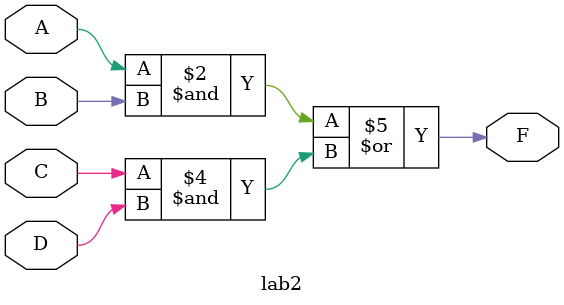
<source format=v>
`timescale 1ns / 1ps

module lab2(A, B, C, D, F);
    
    input A, B, C, D;
    output F;
    
    assign F = (A & (-B)) | (C & (-D));
    
endmodule

</source>
